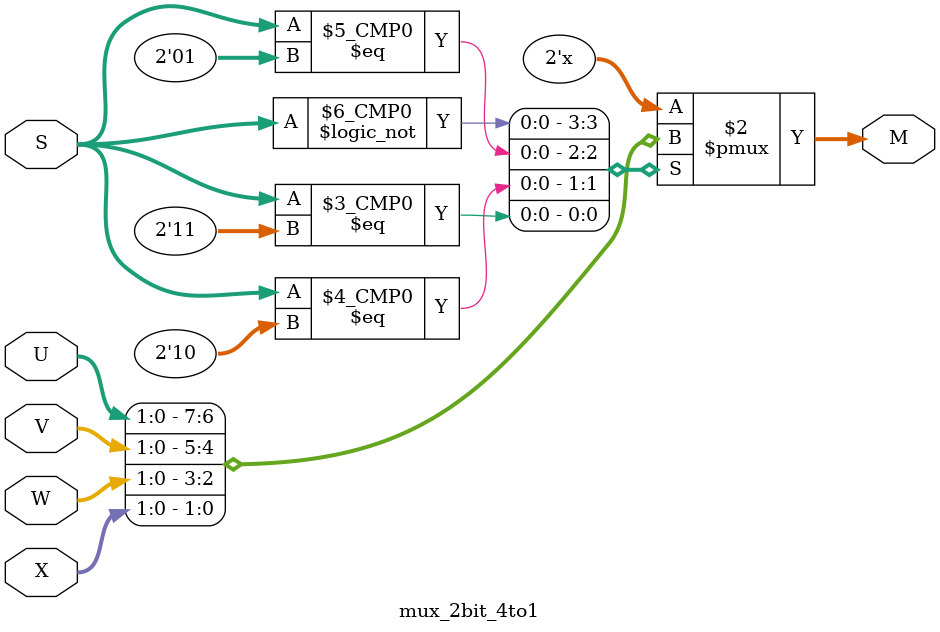
<source format=v>
module mux_2bit_4to1 (S, U, V, W, X, M);
input [1:0] S, U, V, W, X;
output reg [1:0] M;

always@(U or V or W or X or S)
begin
	case(S)
		2'b00: M <= U;
		2'b01: M <= V;
		2'b10: M <= W;
		2'b11: M <= X;
	endcase
end

endmodule
</source>
